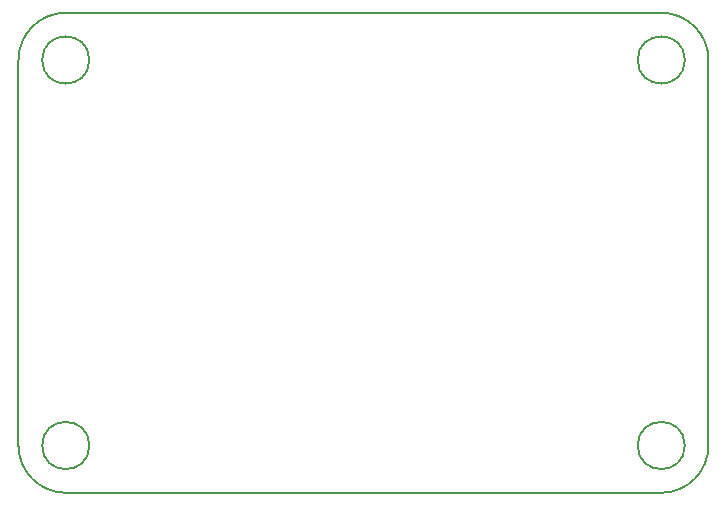
<source format=gm1>
G04 #@! TF.GenerationSoftware,KiCad,Pcbnew,5.0.2-bee76a0~70~ubuntu18.04.1*
G04 #@! TF.CreationDate,2019-04-22T12:09:22-04:00*
G04 #@! TF.ProjectId,TSAL,5453414c-2e6b-4696-9361-645f70636258,rev?*
G04 #@! TF.SameCoordinates,Original*
G04 #@! TF.FileFunction,Profile,NP*
%FSLAX46Y46*%
G04 Gerber Fmt 4.6, Leading zero omitted, Abs format (unit mm)*
G04 Created by KiCad (PCBNEW 5.0.2-bee76a0~70~ubuntu18.04.1) date Mon 22 Apr 2019 12:09:22 PM EDT*
%MOMM*%
%LPD*%
G01*
G04 APERTURE LIST*
%ADD10C,0.200000*%
G04 APERTURE END LIST*
D10*
X187172275Y-110892511D02*
G75*
G03X187172275Y-110892511I-1999996J0D01*
G01*
X185172279Y-74252503D02*
G75*
G02X189172271Y-78252495I0J-3999992D01*
G01*
X136752259Y-110892511D02*
G75*
G03X136752259Y-110892511I-1999996J0D01*
G01*
X130752271Y-110892511D02*
X130752271Y-78252495D01*
X134752263Y-74252503D02*
X185172279Y-74252503D01*
X136752259Y-78252495D02*
G75*
G03X136752259Y-78252495I-1999996J0D01*
G01*
X187172275Y-78252495D02*
G75*
G03X187172275Y-78252495I-1999996J0D01*
G01*
X134752263Y-114892503D02*
G75*
G02X130752271Y-110892511I0J3999992D01*
G01*
X189172271Y-78252495D02*
X189172271Y-110892511D01*
X130752271Y-78252495D02*
G75*
G02X134752263Y-74252503I3999992J0D01*
G01*
X185172279Y-114892503D02*
X134752263Y-114892503D01*
X189172271Y-110892511D02*
G75*
G02X185172279Y-114892503I-3999992J0D01*
G01*
M02*

</source>
